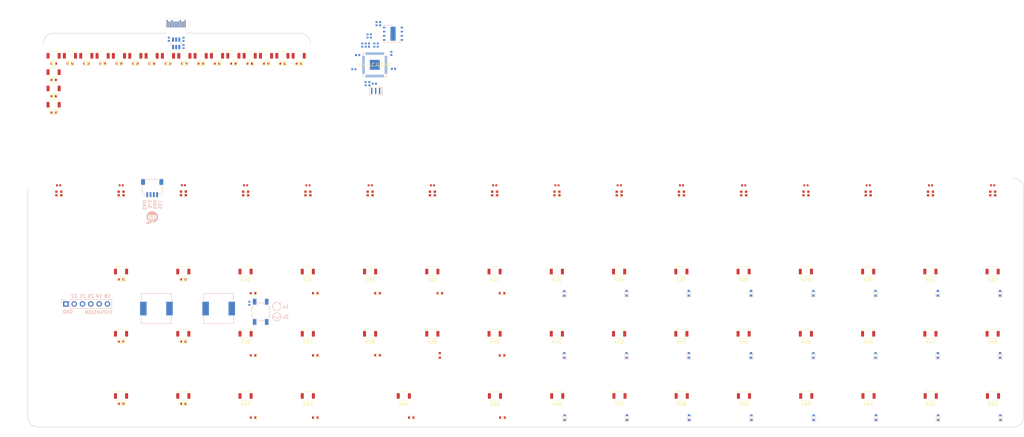
<source format=kicad_pcb>
(kicad_pcb (version 20221018) (generator pcbnew)
  (title_block (title "Hard Light") (date "2021-07-23") (rev "Mark 2 Rev F") (company "Everywhere Defense Industries") (comment 1 "RP2040 MCU") (comment 2 "Has a qwiic/STEMMA-QT port!") (comment 3 "Actually Lights Up Now") (comment 4 "Dual Audio System? Pending."))
  (layers (0 "F.Cu" signal) (1 "In1.Cu" signal) (2 "In2.Cu" signal) (31 "B.Cu" signal) (34 "B.Paste" user) (35 "F.Paste" user) (36 "B.SilkS" user "B.Silkscreen") (37 "F.SilkS" user "F.Silkscreen") (38 "B.Mask" user) (39 "F.Mask" user) (44 "Edge.Cuts" user))
  (net 0 "")
  (net 1 "GND")
  (net 2 "VBUS")
  (net 3 "Net-(D1-A)")
  (net 4 "Net-(D2-A)")
  (net 5 "Net-(D3-A)")
  (net 6 "Net-(D4-A)")
  (net 7 "Net-(D5-A)")
  (net 8 "Net-(D6-A)")
  (net 9 "Net-(D7-A)")
  (net 10 "Net-(D8-A)")
  (net 11 "Net-(D9-A)")
  (net 12 "Net-(D10-A)")
  (net 13 "Net-(D11-A)")
  (net 14 "Net-(D12-A)")
  (net 15 "Net-(D13-A)")
  (net 16 "Net-(D14-A)")
  (net 17 "Net-(D15-A)")
  (net 18 "Net-(D16-A)")
  (net 19 "Net-(D17-A)")
  (net 20 "Net-(D18-A)")
  (net 21 "Net-(D19-A)")
  (net 22 "Net-(D20-A)")
  (net 23 "Net-(D21-A)")
  (net 24 "Net-(D22-A)")
  (net 25 "Net-(D23-A)")
  (net 26 "Net-(D24-A)")
  (net 27 "Net-(D25-A)")
  (net 28 "Net-(D26-A)")
  (net 29 "Net-(D27-A)")
  (net 30 "Net-(D28-A)")
  (net 31 "Net-(D29-A)")
  (net 32 "Net-(D30-A)")
  (net 33 "Net-(D31-A)")
  (net 34 "Net-(D32-A)")
  (net 35 "Net-(D33-A)")
  (net 36 "Net-(D34-A)")
  (net 37 "Net-(D35-A)")
  (net 38 "Net-(D36-A)")
  (net 39 "Net-(D37-A)")
  (net 40 "Net-(D38-A)")
  (net 41 "Net-(D39-A)")
  (net 42 "Net-(D40-A)")
  (net 43 "Net-(D41-A)")
  (net 44 "Net-(D42-A)")
  (net 45 "Net-(D43-A)")
  (net 46 "Net-(D44-A)")
  (net 47 "Net-(D45-A)")
  (net 48 "Net-(D46-A)")
  (net 49 "Net-(D47-A)")
  (net 50 "Net-(D48-A)")
  (net 51 "D+")
  (net 52 "D-")
  (net 53 "Net-(D49-A)")
  (net 54 "Net-(D50-A)")
  (net 55 "Net-(D51-A)")
  (net 56 "Net-(D52-A)")
  (net 57 "Net-(D53-A)")
  (net 58 "Net-(D54-A)")
  (net 59 "Net-(D55-A)")
  (net 60 "Net-(D56-A)")
  (net 61 "Net-(D57-A)")
  (net 62 "Net-(D58-A)")
  (net 63 "Net-(D59-A)")
  (net 64 "Net-(D60-A)")
  (net 65 "Net-(D61-A)")
  (net 66 "Net-(D62-A)")
  (net 67 "Net-(D63-A)")
  (net 68 "Net-(J0-CC1)")
  (net 70 "Net-(J0-CC2)")
  (net 72 "vUSB")
  (net 73 "Net-(LD1-DOUT)")
  (net 74 "~{RESET}")
  (net 75 "+1V1")
  (net 76 "XIN")
  (net 77 "CS")
  (net 78 "DB+")
  (net 79 "DR-")
  (net 80 "DB-")
  (net 81 "XOUT")
  (net 82 "SD1")
  (net 83 "SD2")
  (net 84 "SD0")
  (net 85 "CLOCK")
  (net 86 "SD3")
  (net 87 "0")
  (net 88 "1")
  (net 89 "2")
  (net 90 "3")
  (net 91 "4")
  (net 92 "5")
  (net 93 "6")
  (net 94 "7")
  (net 95 "8")
  (net 96 "9")
  (net 97 "10")
  (net 98 "11")
  (net 99 "12")
  (net 100 "13")
  (net 101 "14")
  (net 102 "15")
  (net 103 "Net-(LD2-DOUT)")
  (net 104 "18")
  (net 105 "19")
  (net 106 "20")
  (net 107 "23")
  (net 108 "24")
  (net 109 "26{slash}A0")
  (net 110 "27{slash}A1")
  (net 111 "29{slash}A3")
  (net 112 "+3V3")
  (net 113 "DR+")
  (net 114 "25")
  (net 115 "28{slash}A2")
  (net 116 "17")
  (net 117 "16")
  (net 118 "21")
  (net 119 "22")
  (net 120 "Net-(LD3-DOUT)")
  (net 121 "Net-(LD4-DOUT)")
  (net 122 "Net-(LD5-DOUT)")
  (net 123 "Net-(LD6-DOUT)")
  (net 124 "Net-(LD7-DOUT)")
  (net 125 "Net-(LD8-DOUT)")
  (net 126 "Net-(LD10-DIN)")
  (net 127 "Net-(LD10-DOUT)")
  (net 128 "Net-(LD11-DOUT)")
  (net 129 "Net-(LD12-DOUT)")
  (net 130 "Net-(LD13-DOUT)")
  (net 131 "Net-(LD14-DOUT)")
  (net 132 "Net-(LD15-DOUT)")
  (net 135 "Net-(RX1-Pad2)")
  (footprint "EDI:D_SOD-523" (layer "F.Cu") (at 37.30625 36.29375 180)
    (fp_text reference "D1")
    (fp_text value "1N4148W-T4")
  )
  (footprint "EDI:D_SOD-523" (layer "F.Cu") (at 42.30625 36.29375 180)
    (fp_text reference "D2")
    (fp_text value "1N4148W-T4")
  )
  (footprint "EDI:D_SOD-523" (layer "F.Cu") (at 47.30625 36.30645 180)
    (fp_text reference "D3")
    (fp_text value "1N4148W-T4")
  )
  (footprint "EDI:D_SOD-523" (layer "F.Cu") (at 52.30625 36.30645 180)
    (fp_text reference "D4")
    (fp_text value "1N4148W-T4")
  )
  (footprint "EDI:D_SOD-523" (layer "F.Cu") (at 57.30625 36.30645 180)
    (fp_text reference "D5")
    (fp_text value "1N4148W-T4")
  )
  (footprint "EDI:D_SOD-523" (layer "F.Cu") (at 62.30625 36.30645 180)
    (fp_text reference "D6")
    (fp_text value "1N4148W-T4")
  )
  (footprint "EDI:D_SOD-523" (layer "F.Cu") (at 67.30625 36.30645 180)
    (fp_text reference "D7")
    (fp_text value "1N4148W-T4")
  )
  (footprint "EDI:D_SOD-523" (layer "F.Cu") (at 72.30625 36.30645 180)
    (fp_text reference "D8")
    (fp_text value "1N4148W-T4")
  )
  (footprint "EDI:D_SOD-523" (layer "F.Cu") (at 77.30625 36.30645 180)
    (fp_text reference "D9")
    (fp_text value "1N4148W-T4")
  )
  (footprint "EDI:D_SOD-523" (layer "F.Cu") (at 82.30625 36.30645 180)
    (fp_text reference "D10")
    (fp_text value "1N4148W-T4")
  )
  (footprint "EDI:D_SOD-523" (layer "F.Cu") (at 87.30625 36.29375 180)
    (fp_text reference "D11")
    (fp_text value "1N4148W-T4")
  )
  (footprint "EDI:D_SOD-523" (layer "F.Cu") (at 92.30625 36.29375 180)
    (fp_text reference "D12")
    (fp_text value "1N4148W-T4")
  )
  (footprint "EDI:D_SOD-523" (layer "F.Cu") (at 97.30625 36.29375 180)
    (fp_text reference "D13")
    (fp_text value "1N4148W-T4")
  )
  (footprint "EDI:D_SOD-523" (layer "F.Cu") (at 102.30625 36.29375 180)
    (fp_text reference "D14")
    (fp_text value "1N4148W-T4")
  )
  (footprint "EDI:D_SOD-523" (layer "F.Cu") (at 107.30625 36.29375 180)
    (fp_text reference "D15")
    (fp_text value "1N4148W-T4")
  )
  (footprint "EDI:D_SOD-523" (layer "F.Cu") (at 112.30625 36.29375 180)
    (fp_text reference "D16")
    (fp_text value "1N4148W-T4")
  )
  (footprint "EDI:D_SOD-523" (layer "F.Cu") (at 37.30625 41.29375 180)
    (fp_text reference "D17")
    (fp_text value "1N4148W-T4")
  )
  (footprint "EDI:D_SOD-523" (layer "F.Cu") (at 57.94375 102.39375 180)
    (fp_text reference "D18")
    (fp_text value "1N4148W-T4")
  )
  (footprint "EDI:D_SOD-523" (layer "F.Cu") (at 76.99375 102.39375 180)
    (fp_text reference "D19")
    (fp_text value "1N4148W-T4")
  )
  (footprint "EDI:D_SOD-523" (layer "F.Cu") (at 98.31875 106.6375 180)
    (fp_text reference "D20")
    (fp_text value "1N4148W-T4")
  )
  (footprint "EDI:D_SOD-523" (layer "F.Cu") (at 117.36875 106.6375 180)
    (fp_text reference "D21")
    (fp_text value "1N4148W-T4")
  )
  (footprint "EDI:D_SOD-523" (layer "F.Cu") (at 136.41875 106.6375 180)
    (fp_text reference "D22")
    (fp_text value "1N4148W-T4")
  )
  (footprint "EDI:D_SOD-523" (layer "F.Cu") (at 155.46875 106.6375 180)
    (fp_text reference "D23")
    (fp_text value "1N4148W-T4")
  )
  (footprint "EDI:D_SOD-523" (layer "F.Cu") (at 174.51875 106.6375 180)
    (fp_text reference "D24")
    (fp_text value "1N4148W-T4")
  )
  (footprint "EDI:D_SOD-523" (layer "F.Cu") (at 37.30625 46.29375 180)
    (fp_text reference "D33")
    (fp_text value "1N4148W-T4")
  )
  (footprint "EDI:D_SOD-523" (layer "F.Cu") (at 57.94375 121.44375 180)
    (fp_text reference "D34")
    (fp_text value "1N4148W-T4")
  )
  (footprint "EDI:D_SOD-523" (layer "F.Cu") (at 76.99375 121.44375 180)
    (fp_text reference "D35")
    (fp_text value "1N4148W-T4")
  )
  (footprint "EDI:D_SOD-523" (layer "F.Cu") (at 98.31875 125.6875 180)
    (fp_text reference "D36")
    (fp_text value "1N4148W-T4")
  )
  (footprint "EDI:D_SOD-523" (layer "F.Cu") (at 117.36875 125.6875 180)
    (fp_text reference "D37")
    (fp_text value "1N4148W-T4")
  )
  (footprint "EDI:D_SOD-523" (layer "F.Cu") (at 136.41875 125.6375 180)
    (fp_text reference "D38")
    (fp_text value "1N4148W-T4")
  )
  (footprint "EDI:D_SOD-523" (layer "F.Cu") (at 155.46875 125.6875 90)
    (fp_text reference "D39")
    (fp_text value "1N4148W-T4")
  )
  (footprint "EDI:D_SOD-523" (layer "F.Cu") (at 174.51875 125.6875 180)
    (fp_text reference "D40")
    (fp_text value "1N4148W-T4")
  )
  (footprint "EDI:D_SOD-523" (layer "F.Cu") (at 37.30625 51.29375 180)
    (fp_text reference "D49")
    (fp_text value "1N4148W-T4")
  )
  (footprint "EDI:D_SOD-523" (layer "F.Cu") (at 57.94375 140.49375 180)
    (fp_text reference "D50")
    (fp_text value "1N4148W-T4")
  )
  (footprint "EDI:D_SOD-523" (layer "F.Cu") (at 76.99375 140.49375 180)
    (fp_text reference "D51")
    (fp_text value "1N4148W-T4")
  )
  (footprint "EDI:D_SOD-523" (layer "F.Cu") (at 98.31875 144.7375 180)
    (fp_text reference "D52")
    (fp_text value "1N4148W-T4")
  )
  (footprint "EDI:D_SOD-523" (layer "F.Cu") (at 117.36875 144.7375 180)
    (fp_text reference "D53")
    (fp_text value "1N4148W-T4")
  )
  (footprint "EDI:D_SOD-523" (layer "F.Cu") (at 146.7375 144.7375 180)
    (fp_text reference "D54")
    (fp_text value "1N4148W-T4")
  )
  (footprint "EDI:D_SOD-523" (layer "F.Cu") (at 174.63125 144.7375 180)
    (fp_text reference "D55")
    (fp_text value "1N4148W-T4")
  )
  (footprint "Button_Switch_SMD:SW_SPST_B3U-1000P" (layer "F.Cu") (at 42.30625 33.9125 180)
    (fp_text reference "K2")
    (fp_text value "Keyswitch")
  )
  (footprint "Button_Switch_SMD:SW_SPST_B3U-1000P" (layer "F.Cu") (at 47.30625 33.9125 180)
    (fp_text reference "K3")
    (fp_text value "Keyswitch")
  )
  (footprint "Button_Switch_SMD:SW_SPST_B3U-1000P" (layer "F.Cu") (at 62.30625 33.9252 180)
    (fp_text reference "K6")
    (fp_text value "Keyswitch")
  )
  (footprint "Button_Switch_SMD:SW_SPST_B3U-1000P" (layer "F.Cu") (at 67.30625 33.9252 180)
    (fp_text reference "K7")
    (fp_text value "Keyswitch")
  )
  (footprint "Button_Switch_SMD:SW_SPST_B3U-1000P" (layer "F.Cu") (at 72.30625 33.9252 180)
    (fp_text reference "K8")
    (fp_text value "Keyswitch")
  )
  (footprint "Button_Switch_SMD:SW_SPST_B3U-1000P" (layer "F.Cu") (at 77.30625 33.9252 180)
    (fp_text reference "K9")
    (fp_text value "Keyswitch")
  )
  (footprint "Button_Switch_SMD:SW_SPST_B3U-1000P" (layer "F.Cu") (at 82.30625 33.9252 180)
    (fp_text reference "K10")
    (fp_text value "Keyswitch")
  )
  (footprint "Button_Switch_SMD:SW_SPST_B3U-1000P" (layer "F.Cu") (at 87.30625 33.9125 180)
    (fp_text reference "K11")
    (fp_text value "Keyswitch")
  )
  (footprint "Button_Switch_SMD:SW_SPST_B3U-1000P" (layer "F.Cu") (at 92.30625 33.9125 180)
    (fp_text reference "K12")
    (fp_text value "Keyswitch")
  )
  (footprint "Button_Switch_SMD:SW_SPST_B3U-1000P" (layer "F.Cu") (at 97.30625 33.9125 180)
    (fp_text reference "K13")
    (fp_text value "Keyswitch")
  )
  (footprint "Button_Switch_SMD:SW_SPST_B3U-1000P" (layer "F.Cu") (at 102.30625 33.9125 180)
    (fp_text reference "K14")
    (fp_text value "Keyswitch")
  )
  (footprint "Button_Switch_SMD:SW_SPST_B3U-1000P" (layer "F.Cu") (at 107.30625 33.9125 180)
    (fp_text reference "K15")
    (fp_text value "Keyswitch")
  )
  (footprint "Button_Switch_SMD:SW_SPST_B3U-1000P" (layer "F.Cu") (at 112.30625 33.9125 180)
    (fp_text reference "K16")
    (fp_text value "Keyswitch")
  )
  (footprint "Button_Switch_SMD:SW_SPST_B3U-1000P" (layer "F.Cu") (at 37.30625 38.9125 180)
    (fp_text reference "K17")
    (fp_text value "Keyswitch")
  )
  (footprint "Button_Switch_SMD:SW_SPST_B3U-1000P" (layer "F.Cu") (at 57.94375 100.0125 180)
    (fp_text reference "K18")
    (fp_text value "Keyswitch")
  )
  (footprint "Button_Switch_SMD:SW_SPST_B3U-1000P" (layer "F.Cu") (at 76.99375 100.0125 180)
    (fp_text reference "K19")
    (fp_text value "Keyswitch")
  )
  (footprint "Button_Switch_SMD:SW_SPST_B3U-1000P" (layer "F.Cu") (at 134.14375 100.0125 180)
    (fp_text reference "K22")
    (fp_text value "Keyswitch")
  )
  (footprint "Button_Switch_SMD:SW_SPST_B3U-1000P" (layer "F.Cu") (at 153.19375 100.0125 180)
    (fp_text reference "K23")
    (fp_text value "Keyswitch")
  )
  (footprint "Button_Switch_SMD:SW_SPST_B3U-1000P" (layer "F.Cu") (at 172.24375 100.0125 180)
    (fp_text reference "K24")
    (fp_text value "Keyswitch")
  )
  (footprint "Button_Switch_SMD:SW_SPST_B3U-1000P" (layer "F.Cu") (at 191.29375 100.0125 180)
    (fp_text reference "K25")
    (fp_text value "Keyswitch")
  )
  (footprint "Button_Switch_SMD:SW_SPST_B3U-1000P" (layer "F.Cu") (at 210.34375 100.0125 180)
    (fp_text reference "K26")
    (fp_text value "Keyswitch")
  )
  (footprint "Button_Switch_SMD:SW_SPST_B3U-1000P" (layer "F.Cu") (at 229.39375 100.0125 180)
    (fp_text reference "K27")
    (fp_text value "Keyswitch")
  )
  (footprint "Button_Switch_SMD:SW_SPST_B3U-1000P" (layer "F.Cu") (at 248.44375 100.0125 180)
    (fp_text reference "K28")
    (fp_text value "Keyswitch")
  )
  (footprint "Button_Switch_SMD:SW_SPST_B3U-1000P" (layer "F.Cu") (at 267.49375 100.0125 180)
    (fp_text reference "K29")
    (fp_text value "Keyswitch")
  )
  (footprint "Button_Switch_SMD:SW_SPST_B3U-1000P" (layer "F.Cu") (at 286.54375 100.0125 180)
    (fp_text reference "K30")
    (fp_text value "Keyswitch")
  )
  (footprint "Button_Switch_SMD:SW_SPST_B3U-1000P" (layer "F.Cu") (at 305.59375 100.0125 180)
    (fp_text reference "K31")
    (fp_text value "Keyswitch")
  )
  (footprint "Button_Switch_SMD:SW_SPST_B3U-1000P" (layer "F.Cu") (at 324.64375 100.0125 180)
    (fp_text reference "K32")
    (fp_text value "Keyswitch")
  )
  (footprint "Button_Switch_SMD:SW_SPST_B3U-1000P" (layer "F.Cu") (at 37.30625 43.9125 180)
    (fp_text reference "K33")
    (fp_text value "Keyswitch")
  )
  (footprint "Button_Switch_SMD:SW_SPST_B3U-1000P" (layer "F.Cu") (at 57.94375 119.0625 180)
    (fp_text reference "K34")
    (fp_text value "Keyswitch")
  )
  (footprint "Button_Switch_SMD:SW_SPST_B3U-1000P" (layer "F.Cu") (at 76.99375 119.0625 180)
    (fp_text reference "K35")
    (fp_text value "Keyswitch")
  )
  (footprint "Button_Switch_SMD:SW_SPST_B3U-1000P" (layer "F.Cu") (at 96.04375 119.0625 180)
    (fp_text reference "K36")
    (fp_text value "Keyswitch")
  )
  (footprint "Button_Switch_SMD:SW_SPST_B3U-1000P" (layer "F.Cu") (at 115.09375 119.0625 180)
    (fp_text reference "K37")
    (fp_text value "Keyswitch")
  )
  (footprint "Button_Switch_SMD:SW_SPST_B3U-1000P" (layer "F.Cu") (at 134.14375 119.0625 180)
    (fp_text reference "K38")
    (fp_text value "Keyswitch")
  )
  (footprint "Button_Switch_SMD:SW_SPST_B3U-1000P" (layer "F.Cu") (at 153.19375 119.0625 180)
    (fp_text reference "K39")
    (fp_text value "Keyswitch")
  )
  (footprint "Button_Switch_SMD:SW_SPST_B3U-1000P" (layer "F.Cu") (at 172.24375 119.0625 180)
    (fp_text reference "K40")
    (fp_text value "Keyswitch")
  )
  (footprint "Button_Switch_SMD:SW_SPST_B3U-1000P" (layer "F.Cu") (at 191.29375 119.0625 180)
    (fp_text reference "K41")
    (fp_text value "Keyswitch")
  )
  (footprint "Button_Switch_SMD:SW_SPST_B3U-1000P" (layer "F.Cu") (at 210.34375 119.0625 180)
    (fp_text reference "K42")
    (fp_text value "Keyswitch")
  )
  (footprint "Button_Switch_SMD:SW_SPST_B3U-1000P" (layer "F.Cu") (at 229.39375 119.0625 180)
    (fp_text reference "K43")
    (fp_text value "Keyswitch")
  )
  (footprint "Button_Switch_SMD:SW_SPST_B3U-1000P" (layer "F.Cu") (at 248.44375 119.0625 180)
    (fp_text reference "K44")
    (fp_text value "Keyswitch")
  )
  (footprint "Button_Switch_SMD:SW_SPST_B3U-1000P" (layer "F.Cu") (at 267.49375 119.0625 180)
    (fp_text reference "K45")
    (fp_text value "Keyswitch")
  )
  (footprint "Button_Switch_SMD:SW_SPST_B3U-1000P" (layer "F.Cu") (at 286.54375 119.0625 180)
    (fp_text reference "K46")
    (fp_text value "Keyswitch")
  )
  (footprint "Button_Switch_SMD:SW_SPST_B3U-1000P" (layer "F.Cu") (at 305.59375 119.0625 180)
    (fp_text reference "K47")
    (fp_text value "Keyswitch")
  )
  (footprint "Button_Switch_SMD:SW_SPST_B3U-1000P" (layer "F.Cu") (at 324.64375 119.0625 180)
    (fp_text reference "K48")
    (fp_text value "Keyswitch")
  )
  (footprint "Button_Switch_SMD:SW_SPST_B3U-1000P" (layer "F.Cu") (at 37.30625 48.9125 180)
    (fp_text reference "K49")
    (fp_text value "Keyswitch")
  )
  (footprint "Button_Switch_SMD:SW_SPST_B3U-1000P" (layer "F.Cu") (at 57.94375 138.1125 180)
    (fp_text reference "K50")
    (fp_text value "Keyswitch")
  )
  (footprint "Button_Switch_SMD:SW_SPST_B3U-1000P" (layer "F.Cu") (at 76.99375 138.1125 180)
    (fp_text reference "K51")
    (fp_text value "Keyswitch")
  )
  (footprint "Button_Switch_SMD:SW_SPST_B3U-1000P" (layer "F.Cu") (at 96.04375 138.1125 180)
    (fp_text reference "K52")
    (fp_text value "Keyswitch")
  )
  (footprint "Button_Switch_SMD:SW_SPST_B3U-1000P" (layer "F.Cu") (at 115.09375 138.1125 180)
    (fp_text reference "K53")
    (fp_text value "Keyswitch")
  )
  (footprint "Button_Switch_SMD:SW_SPST_B3U-1000P" (layer "F.Cu") (at 144.4625 138.1125 180)
    (fp_text reference "K54")
    (fp_text value "Keyswitch")
  )
  (footprint "Button_Switch_SMD:SW_SPST_B3U-1000P" (layer "F.Cu") (at 172.35625 138.1125 180)
    (fp_text reference "K55")
    (fp_text value "Keyswitch")
  )
  (footprint "Button_Switch_SMD:SW_SPST_B3U-1000P" (layer "F.Cu") (at 191.40625 138.1125 180)
    (fp_text reference "K56")
    (fp_text value "Keyswitch")
  )
  (footprint "Button_Switch_SMD:SW_SPST_B3U-1000P" (layer "F.Cu") (at 210.45625 138.1125 180)
    (fp_text reference "K57")
    (fp_text value "Keyswitch")
  )
  (footprint "Button_Switch_SMD:SW_SPST_B3U-1000P" (layer "F.Cu") (at 229.50625 138.1125 180)
    (fp_text reference "K58")
    (fp_text value "Keyswitch")
  )
  (footprint "Button_Switch_SMD:SW_SPST_B3U-1000P" (layer "F.Cu") (at 248.55625 138.1125 180)
    (fp_text reference "K59")
    (fp_text value "Keyswitch")
  )
  (footprint "Button_Switch_SMD:SW_SPST_B3U-1000P" (layer "F.Cu") (at 267.60625 138.1125 180)
    (fp_text reference "K60")
    (fp_text value "Keyswitch")
  )
  (footprint "Button_Switch_SMD:SW_SPST_B3U-1000P" (layer "F.Cu") (at 286.65625 138.1125 180)
    (fp_text reference "K61")
    (fp_text value "Keyswitch")
  )
  (footprint "Button_Switch_SMD:SW_SPST_B3U-1000P" (layer "F.Cu") (at 305.70625 138.1125 180)
    (fp_text reference "K62")
    (fp_text value "Keyswitch")
  )
  (footprint "Button_Switch_SMD:SW_SPST_B3U-1000P" (layer "F.Cu") (at 324.75625 138.1125 180)
    (fp_text reference "K63")
    (fp_text value "Keyswitch")
  )
  (footprint "Button_Switch_SMD:SW_SPST_B3U-1000P" (layer "F.Cu") (at 37.30625 33.9125 180)
    (fp_text reference "K1")
    (fp_text value "Keyswitch")
  )
  (footprint "MountingHole:MountingHole_3.2mm_M3" (layer "F.Cu") (at 37.30625 29.94375)
    (fp_text reference "H1" hide)
    (fp_text value "Mount")
  )
  (footprint "MountingHole:MountingHole_3.2mm_M3" (layer "F.Cu") (at 112.7125 29.94375)
    (fp_text reference "H2" hide)
    (fp_text value "Mount")
  )
  (footprint "MountingHole:MountingHole_3.2mm_M3" (layer "F.Cu") (at 215.10625 90.4818)
    (fp_text reference "H3" hide)
    (fp_text value "Mount")
  )
  (footprint "MountingHole:MountingHole_3.2mm_M3" (layer "F.Cu") (at 296.06395 90.4818)
    (fp_text reference "H4" hide)
    (fp_text value "Mount")
  )
  (footprint "EDI:Passive_0402_1005Metric" (layer "F.Cu") (at 38.830025 73.596 180)
    (fp_text reference "LC1" hide)
    (fp_text value "100nF")
  )
  (footprint "Button_Switch_SMD:SW_SPST_B3U-1000P" (layer "F.Cu") (at 52.30625 33.9252 180)
    (fp_text reference "K4")
    (fp_text value "Keyswitch")
  )
  (footprint "EDI:Passive_0402_1005Metric" (layer "F.Cu") (at 77.02425 73.5706 180)
    (fp_text reference "LC3" hide)
    (fp_text value "100nF")
  )
  (footprint "Button_Switch_SMD:SW_SPST_B3U-1000P" (layer "F.Cu") (at 57.30625 33.9252 180)
    (fp_text reference "K5")
    (fp_text value "Keyswitch")
  )
  (footprint "Button_Switch_SMD:SW_SPST_B3U-1000P" (layer "F.Cu") (at 115.09375 100.0125 180)
    (fp_text reference "K21")
    (fp_text value "Keyswitch")
  )
  (footprint "Button_Switch_SMD:SW_SPST_B3U-1000P" (layer "F.Cu") (at 96.04375 100.0125 180)
    (fp_text reference "K20")
    (fp_text value "Keyswitch")
  )
  (footprint "EDI:Passive_0402_1005Metric" (layer "F.Cu") (at 210.37425 73.596 180)
    (fp_text reference "LC10" hide)
    (fp_text value "100nF")
  )
  (footprint "EDI:Passive_0402_1005Metric" (layer "F.Cu") (at 248.47425 73.596 180)
    (fp_text reference "LC12" hide)
    (fp_text value "100nF")
  )
  (footprint "EDI:Passive_0402_1005Metric" (layer "F.Cu") (at 134.17425 73.596 180)
    (fp_text reference "LC6" hide)
    (fp_text value "100nF")
  )
  (footprint "EDI:Passive_0402_1005Metric" (layer "F.Cu") (at 172.27425 73.596 180)
    (fp_text reference "LC8" hide)
    (fp_text value "100nF")
  )
  (footprint "EDI:Passive_0402_1005Metric" (layer "F.Cu") (at 191.32425 73.596 180)
    (fp_text reference "LC9" hide)
    (fp_text value "100nF")
  )
  (footprint "EDI:Passive_0402_1005Metric" (layer "F.Cu") (at 153.22425 73.596 180)
    (fp_text reference "LC7" hide)
    (fp_text value "100nF")
  )
  (footprint "EDI:Passive_0402_1005Metric" (layer "F.Cu") (at 115.12425 73.596 180)
    (fp_text reference "LC5" hide)
    (fp_text value "100nF")
  )
  (footprint "EDI:Passive_0402_1005Metric" (layer "F.Cu") (at 229.42425 73.596 180)
    (fp_text reference "LC11" hide)
    (fp_text value "100nF")
  )
  (footprint "EDI:Passive_0402_1005Metric" (layer "F.Cu") (at 267.52425 73.596 180)
    (fp_text reference "LC13" hide)
    (fp_text value "100nF")
  )
  (footprint "EDI:Passive_0402_1005Metric" (layer "F.Cu") (at 96.07425 73.596 180)
    (fp_text reference "LC4" hide)
    (fp_text value "100nF")
  )
  (footprint "EDI:Passive_0402_1005Metric" (layer "F.Cu") (at 286.57425 73.596 180)
    (fp_text reference "LC14" hide)
    (fp_text value "100nF")
  )
  (footprint "EDI:Passive_0402_1005Metric" (layer "F.Cu") (at 305.62425 73.596 180)
    (fp_text reference "LC15" hide)
    (fp_text value "100nF")
  )
  (footprint "EDI:Passive_0402_1005Metric" (layer "F.Cu") (at 324.67425 73.596 180)
    (fp_text reference "LC16" hide)
    (fp_text value "100nF")
  )
  (footprint "EDI:WS2812C_2020" (layer "F.Cu") (at 324.66875 76.0875)
    (fp_text reference "LD16" hide)
    (fp_text value "WS2812C")
  )
  (footprint "EDI:WS2812C_2020" (layer "F.Cu") (at 305.61875 76.0875)
    (fp_text reference "LD15" hide)
    (fp_text value "WS2812C")
  )
  (footprint "EDI:WS2812C_2020" (layer "F.Cu") (at 286.56875 76.0875)
    (fp_text reference "LD14" hide)
    (fp_text value "WS2812C")
  )
  (footprint "EDI:WS2812C_2020" (layer "F.Cu") (at 248.46875 76.0875)
    (fp_text reference "LD12" hide)
    (fp_text value "WS2812C")
  )
  (footprint "EDI:WS2812C_2020" (layer "F.Cu") (at 210.36875 76.0875)
    (fp_text reference "LD10" hide)
    (fp_text value "WS2812C")
  )
  (footprint "EDI:WS2812C_2020" (layer "F.Cu") (at 267.51875 76.0875)
    (fp_text reference "LD13" hide)
    (fp_text value "WS2812C")
  )
  (footprint "EDI:WS2812C_2020" (layer "F.Cu") (at 115.11875 76.0875)
    (fp_text reference "LD5" hide)
    (fp_text value "WS2812C")
  )
  (footprint "EDI:WS2812C_2020" (layer "F.Cu") (at 229.41875 76.0875)
    (fp_text reference "LD11" hide)
    (fp_text value "WS2812C")
  )
  (footprint "EDI:WS2812C_2020" (layer "F.Cu") (at 134.16875 76.0875)
    (fp_text reference "LD6" hide)
    (fp_text value "WS2812C")
  )
  (footprint "EDI:WS2812C_2020" (layer "F.Cu") (at 153.21875 76.0875)
    (fp_text reference "LD7" hide)
    (fp_text value "WS2812C")
  )
  (footprint "EDI:WS2812C_2020" (layer "F.Cu") (at 172.26875 76.0875)
    (fp_text reference "LD8" hide)
    (fp_text value "WS2812C")
  )
  (footprint "EDI:WS2812C_2020" (layer "F.Cu") (at 191.31875 76.0875)
    (fp_text reference "LD9" hide)
    (fp_text value "WS2812C")
  )
  (footprint "EDI:WS2812C_2020" (layer "F.Cu") (at 57.96875 76.0875)
    (fp_text reference "LD2" hide)
    (fp_text value "WS2812C")
  )
  (footprint "EDI:WS2812C_2020" (layer "F.Cu") (at 38.91875 76.0875)
    (fp_text reference "LD1" hide)
    (fp_text value "WS2812C")
  )
  (footprint "EDI:WS2812C_2020" (layer "F.Cu") (at 77.01875 76.0621)
    (fp_text reference "LD3" hide)
    (fp_text value "WS2812C")
  )
  (footprint "EDI:WS2812C_2020" (layer "F.Cu") (at 96.06875 76.0875)
    (fp_text reference "LD4" hide)
    (fp_text value "WS2812C")
  )
  (footprint "EDI:Passive_0402_1005Metric" (layer "F.Cu") (at 57.97425 73.596 180)
    (fp_text reference "LC2" hide)
    (fp_text value "100nF")
  )
  (footprint "EDI:Passive_0402_1005Metric" (layer "B.Cu") (at 132.781 30.63625 90)
    (fp_text reference "C1" hide)
    (fp_text value "1uf")
  )
  (footprint "EDI:Passive_0402_1005Metric" (layer "B.Cu") (at 133.924 42.44725 -90)
    (fp_text reference "C2" hide)
    (fp_text value "100nF")
  )
  (footprint "EDI:Passive_0402_1005Metric" (layer "B.Cu") (at 141.30675 37.89375)
    (fp_text reference "C3" hide)
    (fp_text value "100nF")
  )
  (footprint "EDI:Passive_0402_1005Metric" (layer "B.Cu") (at 140.65675 33.16875 90)
    (fp_text reference "C6" hide)
    (fp_text value "100nF")
  )
  (footprint "EDI:Passive_0402_1005Metric" (layer "B.Cu") (at 135.45675 30.63375 90)
    (fp_text reference "C8" hide)
    (fp_text value "100nF")
  )
  (footprint "Package_DFN_QFN:QFN-56-1EP_7x7mm_P0.4mm_EP5.6x5.6mm_ThermalVias" (layer "B.Cu") (at 135.575 36.66875 180)
    (fp_text reference "U0" hide)
    (fp_text value "RP2040")
  )
  (footprint "EDI:Passive_0402_1005Metric" (layer "B.Cu") (at 131.765 30.63625 90)
    (fp_text reference "C7" hide)
    (fp_text value "100nF")
  )
  (footprint "EDI:D_SOD-523" (layer "B.Cu") (at 193.56875 106.7 90)
    (fp_text reference "D25")
    (fp_text value "1N4148W-T4")
  )
  (footprint "EDI:D_SOD-523" (layer "B.Cu") (at 212.61875 106.625 90)
    (fp_text reference "D26")
    (fp_text value "1N4148W-T4")
  )
  (footprint "EDI:D_SOD-523" (layer "B.Cu") (at 231.66875 106.6375 90)
    (fp_text reference "D27")
    (fp_text value "1N4148W-T4")
  )
  (footprint "EDI:D_SOD-523" (layer "B.Cu") (at 250.71875 106.6375 90)
    (fp_text reference "D28")
    (fp_text value "1N4148W-T4")
  )
  (footprint "EDI:D_SOD-523" (layer "B.Cu") (at 269.76875 106.6375 90)
    (fp_text reference "D29")
    (fp_text value "1N4148W-T4")
  )
  (footprint "EDI:D_SOD-523" (layer "B.Cu") (at 288.81875 106.6375 90)
    (fp_text reference "D30")
    (fp_text value "1N4148W-T4")
  )
  (footprint "EDI:D_SOD-523" (layer "B.Cu") (at 307.86875 106.6375 90)
    (fp_text reference "D31")
    (fp_text value "1N4148W-T4")
  )
  (footprint "EDI:D_SOD-523" (layer "B.Cu") (at 326.91875 106.6375 90)
    (fp_text reference "D32")
    (fp_text value "1N4148W-T4")
  )
  (footprint "EDI:D_SOD-523" (layer "B.Cu") (at 193.56875 125.6875 90)
    (fp_text reference "D41")
    (fp_text value "1N4148W-T4")
  )
  (footprint "EDI:D_SOD-523" (layer "B.Cu") (at 212.61875 125.6875 90)
    (fp_text reference "D42")
    (fp_text value "1N4148W-T4")
  )
  (footprint "EDI:D_SOD-523" (layer "B.Cu") (at 231.66875 125.6875 90)
    (fp_text reference "D43")
    (fp_text value "1N4148W-T4")
  )
  (footprint "EDI:D_SOD-523" (layer "B.Cu") (at 250.71875 125.6875 90)
    (fp_text reference "D44")
    (fp_text value "1N4148W-T4")
  )
  (footprint "EDI:D_SOD-523" (layer "B.Cu") (at 269.76875 125.6875 90)
    (fp_text reference "D45")
    (fp_text value "1N4148W-T4")
  )
  (footprint "EDI:D_SOD-523" (layer "B.Cu") (at 288.81875 125.6875 90)
    (fp_text reference "D46")
    (fp_text value "1N4148W-T4")
  )
  (footprint "EDI:D_SOD-523" (layer "B.Cu") (at 307.86875 125.6875 90)
    (fp_text reference "D47")
    (fp_text value "1N4148W-T4")
  )
  (footprint "EDI:D_SOD-523" (layer "B.Cu") (at 326.91875 125.6875 90)
    (fp_text reference "D48")
    (fp_text value "1N4148W-T4")
  )
  (footprint "EDI:D_SOD-523" (layer "B.Cu") (at 193.68125 144.7375 90)
    (fp_text reference "D56")
    (fp_text value "1N4148W-T4")
  )
  (footprint "EDI:D_SOD-523" (layer "B.Cu") (at 212.73125 144.7375 90)
    (fp_text reference "D57")
    (fp_text value "1N4148W-T4")
  )
  (footprint "EDI:D_SOD-523" (layer "B.Cu") (at 231.78125 144.7375 90)
    (fp_text reference "D58")
    (fp_text value "1N4148W-T4")
  )
  (footprint "EDI:D_SOD-523" (layer "B.Cu") (at 250.83125 144.7375 90)
    (fp_text reference "D59")
    (fp_text value "1N4148W-T4")
  )
  (footprint "EDI:D_SOD-523" (layer "B.Cu") (at 269.88125 144.7375 90)
    (fp_text reference "D60")
    (fp_text value "1N4148W-T4")
  )
  (footprint "EDI:D_SOD-523" (layer "B.Cu") (at 288.93125 144.7375 90)
    (fp_text reference "D61")
    (fp_text value "1N4148W-T4")
  )
  (footprint "EDI:D_SOD-523" (layer "B.Cu") (at 307.98125 144.7375 90)
    (fp_text reference "D62")
    (fp_text value "1N4148W-T4")
  )
  (footprint "EDI:D_SOD-523" (layer "B.Cu") (at 327.03125 144.7375 90)
    (fp_text reference "D63")
    (fp_text value "1N4148W-T4")
  )
  (footprint "EDI:Passive_0402_1005Metric" (layer "B.Cu") (at 77.05625 28.8575 90)
    (fp_text reference "RC2" hide)
    (fp_text value "5k1")
  )
  (footprint "EDI:Passive_0402_1005Metric" (layer "B.Cu") (at 72.55625 28.8375 -90)
    (fp_text reference "RC1" hide)
    (fp_text value "5k1")
  )
  (footprint "EDI:Passive_0402_1005Metric" (layer "B.Cu") (at 134.35675 27.81875 -90)
    (fp_text reference "RD1" hide)
    (fp_text value "27.4")
  )
  (footprint "Fuse:Fuse_0402_1005Metric" (layer "B.Cu") (at 77.05625 31.0875 90)
    (fp_text reference "F0" hide)
    (fp_text value "6v 500ma")
  )
  (footprint "EDI:Passive_0402_1005Metric" (layer "B.Cu") (at 129.19175 38.01875 180)
    (fp_text reference "C4" hide)
    (fp_text value "100nF")
  )
  (footprint "EDI:usb-c-pcb" (layer "B.Cu") (at 74.80625 26.9125 180)
    (fp_text reference "J0" hide)
    (fp_text value "USB")
    (fp_line (start -3.34 3.85) (end -3.34 3.2) (stroke (width 0.05)) (layer "Edge.Cuts"))
    (fp_line (start -3.11 4.45) (end -3.34 3.85) (stroke (width 0.05)) (layer "Edge.Cuts"))
    (fp_line (start -3.095 4.45) (end 3.095 4.45) (stroke (width 0.05)) (layer "Edge.Cuts"))
    (fp_line (start -3.04 2.9) (end -3.04 2) (stroke (width 0.05)) (layer "Edge.Cuts"))
    (fp_line (start -3.02 1.38) (end -3.02 0) (stroke (width 0.05)) (layer "Edge.Cuts"))
    (fp_line (start 3.02 0) (end 3.02 1.38) (stroke (width 0.05)) (layer "Edge.Cuts"))
    (fp_line (start 3.04 2.9) (end 3.04 1.99) (stroke (width 0.05)) (layer "Edge.Cuts"))
    (fp_line (start 3.1 4.45) (end 3.35 3.85) (stroke (width 0.05)) (layer "Edge.Cuts"))
    (fp_line (start 3.35 3.85) (end 3.35 3.2) (stroke (width 0.05)) (layer "Edge.Cuts"))
    (fp_arc (start -3.34 1.7) (mid -3.127868 1.787868) (end -3.04 2) (stroke (width 0.05)) (layer "Edge.Cuts"))
    (fp_arc (start -3.34 1.7) (mid -3.246274 1.473726) (end -3.02 1.38) (stroke (width 0.05)) (layer "Edge.Cuts"))
    (fp_arc (start -3.04 2.9) (mid -3.127868 3.112132) (end -3.34 3.2) (stroke (width 0.05)) (layer "Edge.Cuts"))
    (fp_arc (start 3.02 1.38) (mid 3.246274 1.473726) (end 3.34 1.7) (stroke (width 0.05)) (layer "Edge.Cuts"))
    (fp_arc (start 3.04 2) (mid 3.127868 1.787868) (end 3.34 1.7) (stroke (width 0.05)) (layer "Edge.Cuts"))
    (fp_arc (start 3.35 3.2) (mid 3.131332 3.115774) (end 3.039833 2.900048) (stroke (width 0.05)) (layer "Edge.Cuts"))
  )
  (footprint "EDI:Passive_0402_1005Metric" (layer "B.Cu") (at 130.35675 33.68425 180)
    (fp_text reference "C5" hide)
    (fp_text value "100nF")
  )
  (footprint "Buzzer_Beeper:Buzzer_CUI_CPT-9019S-SMT" (layer "B.Cu") (at 68.76875 111.3375 180)
    (fp_text reference "TX0" hide)
    (fp_text value "Transducer")
  )
  (footprint "Buzzer_Beeper:Buzzer_CUI_CPT-9019S-SMT" (layer "B.Cu") (at 87.81875 111.3375)
    (fp_text reference "TX1" hide)
    (fp_text value "Transducer")
  )
  (footprint "EDI:Passive_0402_1005Metric" (layer "B.Cu") (at 137.221 24.06885 90)
    (fp_text reference "CF1" hide)
    (fp_text value "100nF")
  )
  (footprint "Connector_JST:JST_SH_SM04B-SRSS-TB_1x04-1MP_P1.00mm_Horizontal" (layer "B.Cu") (at 67.46875 74.4375)
    (fp_text reference "J1" hide)
    (fp_text value "qwiic")
  )
  (footprint "EDI:Passive_0402_1005Metric" (layer "B.Cu") (at 132.781 42.44725 -90)
    (fp_text reference "C10" hide)
    (fp_text value "100nF")
  )
  (footprint "EDI:Passive_0402_1005Metric" (layer "B.Cu") (at 133.797 30.63625 90)
    (fp_text reference "C11" hide)
    (fp_text value "1uf")
  )
  (footprint "Package_SON:WSON-8-1EP_6x5mm_P1.27mm_EP3.4x4.3mm" (layer "B.Cu") (at 141.163 27.14375 180)
    (fp_text reference "U3" hide)
    (fp_text value "W25Q128JVS")
  )
  (footprint "Crystal:Resonator_SMD_Murata_CSTxExxV-3Pin_3.0x1.1mm" (layer "B.Cu") (at 135.856 44.66025 180)
    (fp_text reference "Y0" hide)
    (fp_text value "CSTCE12M0G55-R0")
  )
  (footprint "EDI:Passive_0402_1005Metric" (layer "B.Cu") (at 97.21465 109.7401 90)
    (fp_text reference "RR1" hide)
    (fp_text value "1k")
  )
  (footprint "Package_TO_SOT_SMD:SOT-23-6" (layer "B.Cu") (at 74.80625 30.0875 90)
    (fp_text reference "U2" hide)
    (fp_text value "USBLC6-2SC6")
  )
  (footprint "EDI:Passive_0402_1005Metric" (layer "B.Cu") (at 136.138 24.06885 90)
    (fp_text reference "RF2" hide)
    (fp_text value "1k")
  )
  (footprint "EDI:Passive_0402_1005Metric" (layer "B.Cu") (at 133.35675 27.81875 -90)
    (fp_text reference "RD0" hide)
    (fp_text value "27.4")
  )
  (footprint "EDI:qwiic" (layer "B.Cu") (at 67.46875 83.34375 180)
    (fp_text reference "G***" hide)
    (fp_text value "LOGO" hide)
  )
  (footprint "Button_Switch_SMD:SW_SPST_SKQG_WithoutStem" (layer "B.Cu") (at 100.66875 112.3375 90)
    (fp_text reference "S1" hide)
    (fp_text value "RESET")
  )
  (footprint "EDI:Passive_0402_1005Metric" (layer "B.Cu") (at 136.47275 30.63375 90)
    (fp_text reference "C9" hide)
    (fp_text value "100nF")
  )
  (footprint "Connector_PinHeader_2.54mm:PinHeader_1x06_P2.54mm_Vertical" (layer "B.Cu") (at 41.07875 109.9235 -90)
    (fp_text reference "J2" hide)
    (fp_text value "Expansion")
  )
  (footprint "EDI:Passive_0402_1005Metric" (layer "B.Cu") (at 135.448 42.44725 180)
    (fp_text reference "RX1" hide)
    (fp_text value "1k")
  )
  (gr_arc (start 106.84515 110.70575) (mid 104.339113 110.99744) (end 106.711073 110.137789) (stroke (width 0.15)) (layer "B.SilkS"))
  (gr_line (start 106.46415 110.07075) (end 106.71815 109.81675) (stroke (width 0.15)) (layer "B.SilkS"))
  (gr_line (start 106.71815 109.81675) (end 106.711073 110.137789) (stroke (width 0.15)) (layer "B.SilkS"))
  (gr_line (start 105.57515 114.4205) (end 106.08315 113.9125) (stroke (width 0.15)) (layer "B.SilkS"))
  (gr_line (start 104.30515 113.9125) (end 105.06715 113.9125) (stroke (width 0.15)) (layer "B.SilkS"))
  (gr_line (start 105.06715 113.9125) (end 105.57515 114.4205) (stroke (width 0.15)) (layer "B.SilkS"))
  (gr_circle (center 105.57515 113.9125) (end 106.84515 113.9125) (stroke (width 0.15)) (fill none) (layer "B.SilkS"))
  (gr_line (start 106.08315 113.9125) (end 106.84515 113.9125) (stroke (width 0.15)) (layer "B.SilkS"))
  (gr_line (start 106.711073 110.137789) (end 106.46415 110.07075) (stroke (width 0.15)) (layer "B.SilkS"))
  (gr_line (start 37.30625 26.9875) (end 71.55625 26.9875) (stroke (width 0.15)) (layer "Edge.Cuts"))
  (gr_line (start 334.16875 74.6125) (end 334.16875 144.4625) (stroke (width 0.15)) (layer "Edge.Cuts"))
  (gr_line (start 330.99375 147.6375) (end 32.54375 147.6375) (stroke (width 0.15)) (layer "Edge.Cuts"))
  (gr_line (start 29.36875 144.4625) (end 29.36875 74.6125) (stroke (width 0.15)) (layer "Edge.Cuts"))
  (gr_line (start 71.78625 26.9125) (end 71.55625 26.9875) (stroke (width 0.15)) (layer "Edge.Cuts"))
  (gr_arc (start 112.7125 26.9875) (mid 114.957564 27.917436) (end 115.8875 30.1625) (stroke (width 0.15)) (layer "Edge.Cuts"))
  (gr_arc (start 32.54375 147.6375) (mid 30.298686 146.707564) (end 29.36875 144.4625) (stroke (width 0.15)) (layer "Edge.Cuts"))
  (gr_arc (start 34.13125 30.1625) (mid 35.061186 27.917436) (end 37.30625 26.9875) (stroke (width 0.15)) (layer "Edge.Cuts"))
  (gr_arc (start 334.16875 144.4625) (mid 333.238814 146.707564) (end 330.99375 147.6375) (stroke (width 0.15)) (layer "Edge.Cuts"))
  (gr_line (start 112.7125 26.9875) (end 78.05625 26.9875) (stroke (width 0.15)) (layer "Edge.Cuts"))
  (gr_line (start 77.82625 26.9125) (end 78.05625 26.9875) (stroke (width 0.15)) (layer "Edge.Cuts"))
  (gr_arc (start 330.99375 71.4375) (mid 333.238814 72.367436) (end 334.16875 74.6125) (stroke (width 0.15)) (layer "Edge.Cuts"))
  (gr_text "20" (at 47.65675 107.5055) (layer "B.SilkS") (effects (font (size 1 1)) (justify right mirror)))
  (gr_text "SCL\nSDA\n3v3\nGND" (at 67.46875 77.99525 270) (layer "B.SilkS") (effects (font (size 1 1)) (justify right mirror)))
  (gr_text "EXPANSION" (at 55.27675 113.0935) (layer "B.SilkS") (effects (font (size 1 1)) (justify left bottom mirror)))
  (gr_text "21" (at 45.11675 107.5055) (layer "B.SilkS") (effects (font (size 1 1)) (justify right mirror)))
  (gr_text "2x" (at 108.34375 113.88075) (layer "B.SilkS") (effects (font (size 1 1)) (justify mirror)))
  (gr_text "1x" (at 108.34375 110.7375) (layer "B.SilkS") (effects (font (size 1 1)) (justify mirror)))
  (gr_text "22" (at 42.57675 107.5055) (layer "B.SilkS") (effects (font (size 1 1)) (justify right mirror)))
  (gr_text "18" (at 52.73675 107.5055) (layer "B.SilkS") (effects (font (size 1 1)) (justify right mirror)))
  (gr_text "19" (at 50.19675 107.5055) (layer "B.SilkS") (effects (font (size 1 1)) (justify right mirror)))
  (gr_text "GND" (at 40.03675 112.3315) (layer "B.SilkS") (effects (font (size 1 1)) (justify right mirror)))
  (gr_text "JLCJLCJLCJLC" (at 135.60675 36.66875) (layer "F.SilkS") (effects (font (size 1 1))))
)
</source>
